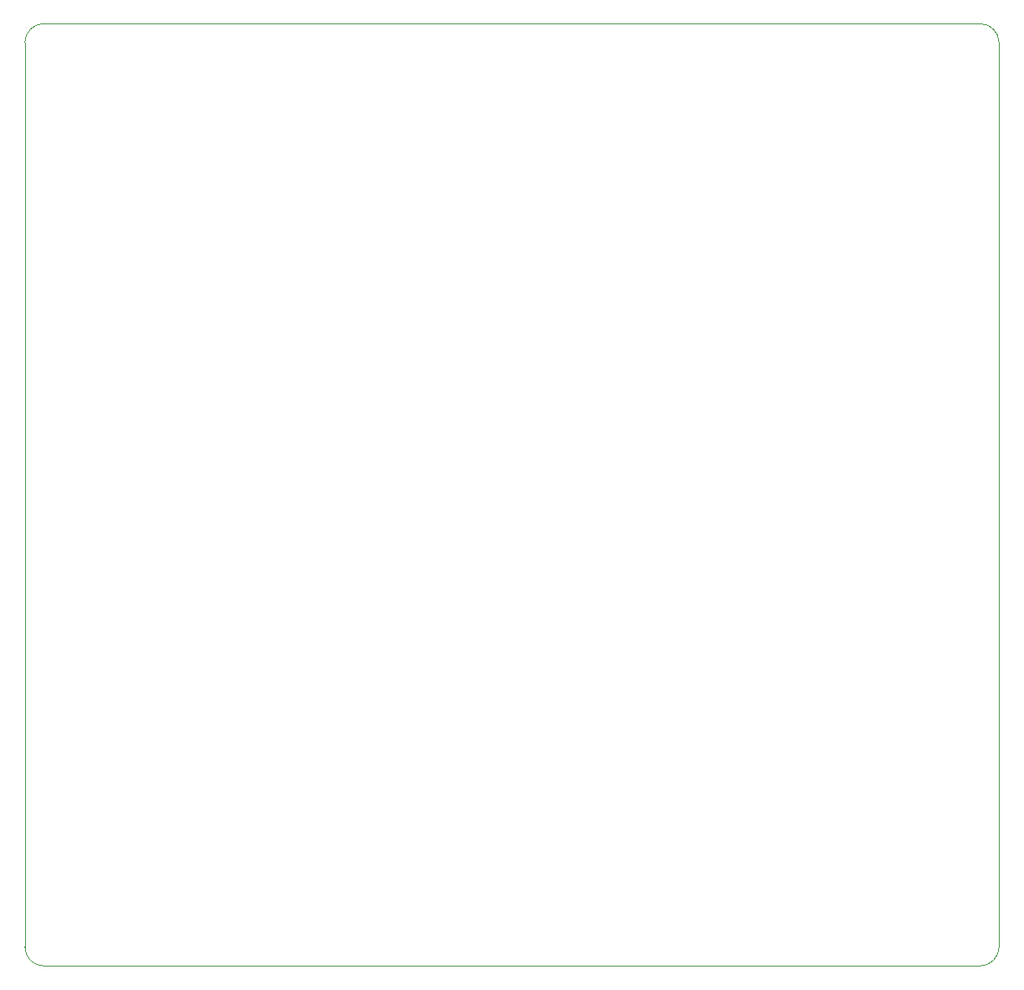
<source format=gbr>
%TF.GenerationSoftware,KiCad,Pcbnew,6.0.4-6f826c9f35~116~ubuntu21.10.1*%
%TF.CreationDate,2022-04-20T19:24:38+02:00*%
%TF.ProjectId,Interco_nucleo_4couches,496e7465-7263-46f5-9f6e-75636c656f5f,rev?*%
%TF.SameCoordinates,Original*%
%TF.FileFunction,Profile,NP*%
%FSLAX46Y46*%
G04 Gerber Fmt 4.6, Leading zero omitted, Abs format (unit mm)*
G04 Created by KiCad (PCBNEW 6.0.4-6f826c9f35~116~ubuntu21.10.1) date 2022-04-20 19:24:38*
%MOMM*%
%LPD*%
G01*
G04 APERTURE LIST*
%TA.AperFunction,Profile*%
%ADD10C,0.100000*%
%TD*%
G04 APERTURE END LIST*
D10*
X34290000Y-132080000D02*
G75*
G03*
X36195000Y-133985000I1905000J0D01*
G01*
X36195000Y-38735000D02*
G75*
G03*
X34290000Y-40640000I0J-1905000D01*
G01*
X130810000Y-133985000D02*
X36195000Y-133985000D01*
X132715000Y-40640000D02*
X132715000Y-132080000D01*
X130810000Y-133985000D02*
G75*
G03*
X132715000Y-132080000I0J1905000D01*
G01*
X34290000Y-132080000D02*
X34290000Y-40640000D01*
X36195000Y-38735000D02*
X130810000Y-38735000D01*
X132715000Y-40640000D02*
G75*
G03*
X130810000Y-38735000I-1905000J0D01*
G01*
M02*

</source>
